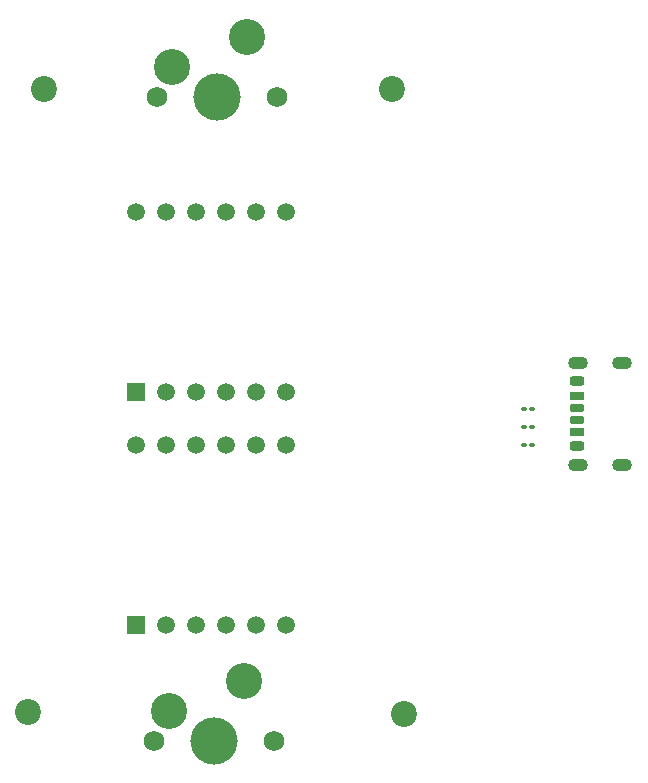
<source format=gbr>
%TF.GenerationSoftware,KiCad,Pcbnew,8.0.2*%
%TF.CreationDate,2024-05-25T17:49:00-05:00*%
%TF.ProjectId,kicad_timer,6b696361-645f-4746-996d-65722e6b6963,rev?*%
%TF.SameCoordinates,Original*%
%TF.FileFunction,Soldermask,Top*%
%TF.FilePolarity,Negative*%
%FSLAX46Y46*%
G04 Gerber Fmt 4.6, Leading zero omitted, Abs format (unit mm)*
G04 Created by KiCad (PCBNEW 8.0.2) date 2024-05-25 17:49:00*
%MOMM*%
%LPD*%
G01*
G04 APERTURE LIST*
G04 Aperture macros list*
%AMRoundRect*
0 Rectangle with rounded corners*
0 $1 Rounding radius*
0 $2 $3 $4 $5 $6 $7 $8 $9 X,Y pos of 4 corners*
0 Add a 4 corners polygon primitive as box body*
4,1,4,$2,$3,$4,$5,$6,$7,$8,$9,$2,$3,0*
0 Add four circle primitives for the rounded corners*
1,1,$1+$1,$2,$3*
1,1,$1+$1,$4,$5*
1,1,$1+$1,$6,$7*
1,1,$1+$1,$8,$9*
0 Add four rect primitives between the rounded corners*
20,1,$1+$1,$2,$3,$4,$5,0*
20,1,$1+$1,$4,$5,$6,$7,0*
20,1,$1+$1,$6,$7,$8,$9,0*
20,1,$1+$1,$8,$9,$2,$3,0*%
G04 Aperture macros list end*
%ADD10R,1.500000X1.500000*%
%ADD11C,1.500000*%
%ADD12C,1.750000*%
%ADD13C,3.050000*%
%ADD14C,4.000000*%
%ADD15C,2.200000*%
%ADD16RoundRect,0.100000X0.130000X0.100000X-0.130000X0.100000X-0.130000X-0.100000X0.130000X-0.100000X0*%
%ADD17RoundRect,0.175000X0.425000X-0.175000X0.425000X0.175000X-0.425000X0.175000X-0.425000X-0.175000X0*%
%ADD18RoundRect,0.190000X-0.410000X0.190000X-0.410000X-0.190000X0.410000X-0.190000X0.410000X0.190000X0*%
%ADD19RoundRect,0.200000X-0.400000X0.200000X-0.400000X-0.200000X0.400000X-0.200000X0.400000X0.200000X0*%
%ADD20RoundRect,0.175000X-0.425000X0.175000X-0.425000X-0.175000X0.425000X-0.175000X0.425000X0.175000X0*%
%ADD21RoundRect,0.190000X0.410000X-0.190000X0.410000X0.190000X-0.410000X0.190000X-0.410000X-0.190000X0*%
%ADD22RoundRect,0.200000X0.400000X-0.200000X0.400000X0.200000X-0.400000X0.200000X-0.400000X-0.200000X0*%
%ADD23O,1.700000X1.100000*%
G04 APERTURE END LIST*
D10*
%TO.C,U3*%
X151330000Y-93585000D03*
D11*
X153870000Y-93585000D03*
X156410000Y-93585000D03*
X158950000Y-93585000D03*
X161490000Y-93585000D03*
X164030000Y-93585000D03*
X164030000Y-78345000D03*
X161490000Y-78345000D03*
X158950000Y-78345000D03*
X156410000Y-78345000D03*
X153870000Y-78345000D03*
X151330000Y-78345000D03*
%TD*%
D12*
%TO.C,S3*%
X152880000Y-123080000D03*
D13*
X154150000Y-120540000D03*
D14*
X157960000Y-123080000D03*
D13*
X160500000Y-118000000D03*
D12*
X163040000Y-123080000D03*
%TD*%
D15*
%TO.C,REF\u002A\u002A*%
X142210000Y-120680000D03*
%TD*%
D16*
%TO.C,R5*%
X184820000Y-95000000D03*
X184180000Y-95000000D03*
%TD*%
%TO.C,R6*%
X184820000Y-98000000D03*
X184180000Y-98000000D03*
%TD*%
D15*
%TO.C,REF\u002A\u002A*%
X174050000Y-120830000D03*
%TD*%
%TO.C,REF\u002A\u002A*%
X172970000Y-67870000D03*
%TD*%
D10*
%TO.C,U1*%
X151330000Y-113290000D03*
D11*
X153870000Y-113290000D03*
X156410000Y-113290000D03*
X158950000Y-113290000D03*
X161490000Y-113290000D03*
X164030000Y-113290000D03*
X164030000Y-98050000D03*
X161490000Y-98050000D03*
X158950000Y-98050000D03*
X156410000Y-98050000D03*
X153870000Y-98050000D03*
X151330000Y-98050000D03*
%TD*%
D15*
%TO.C,REF\u002A\u002A*%
X143520000Y-67870000D03*
%TD*%
D16*
%TO.C,R4*%
X184820000Y-96500000D03*
X184180000Y-96500000D03*
%TD*%
D12*
%TO.C,S3*%
X153100000Y-68542500D03*
D13*
X154370000Y-66002500D03*
D14*
X158180000Y-68542500D03*
D13*
X160720000Y-63462500D03*
D12*
X163260000Y-68542500D03*
%TD*%
D17*
%TO.C,J1*%
X188626982Y-95889566D03*
D18*
X188626982Y-93869566D03*
D19*
X188626982Y-92639566D03*
D20*
X188626982Y-94889566D03*
D21*
X188626982Y-96909566D03*
D22*
X188626982Y-98139566D03*
D23*
X188706982Y-99709566D03*
X192506982Y-99709566D03*
X188706982Y-91069566D03*
X192506982Y-91069566D03*
%TD*%
M02*

</source>
